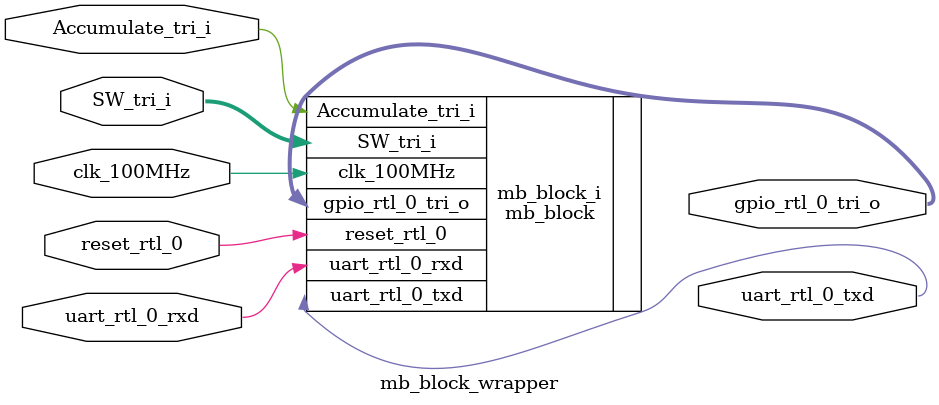
<source format=v>
`timescale 1 ps / 1 ps

module mb_block_wrapper
   (Accumulate_tri_i,
    SW_tri_i,
    clk_100MHz,
    gpio_rtl_0_tri_o,
    reset_rtl_0,
    uart_rtl_0_rxd,
    uart_rtl_0_txd);
  input [0:0]Accumulate_tri_i;
  input [15:0]SW_tri_i;
  input clk_100MHz;
  output [15:0]gpio_rtl_0_tri_o;
  input reset_rtl_0;
  input uart_rtl_0_rxd;
  output uart_rtl_0_txd;

  wire [0:0]Accumulate_tri_i;
  wire [15:0]SW_tri_i;
  wire clk_100MHz;
  wire [15:0]gpio_rtl_0_tri_o;
  wire reset_rtl_0;
  wire uart_rtl_0_rxd;
  wire uart_rtl_0_txd;

  mb_block mb_block_i
       (.Accumulate_tri_i(Accumulate_tri_i),
        .SW_tri_i(SW_tri_i),
        .clk_100MHz(clk_100MHz),
        .gpio_rtl_0_tri_o(gpio_rtl_0_tri_o),
        .reset_rtl_0(reset_rtl_0),
        .uart_rtl_0_rxd(uart_rtl_0_rxd),
        .uart_rtl_0_txd(uart_rtl_0_txd));
endmodule

</source>
